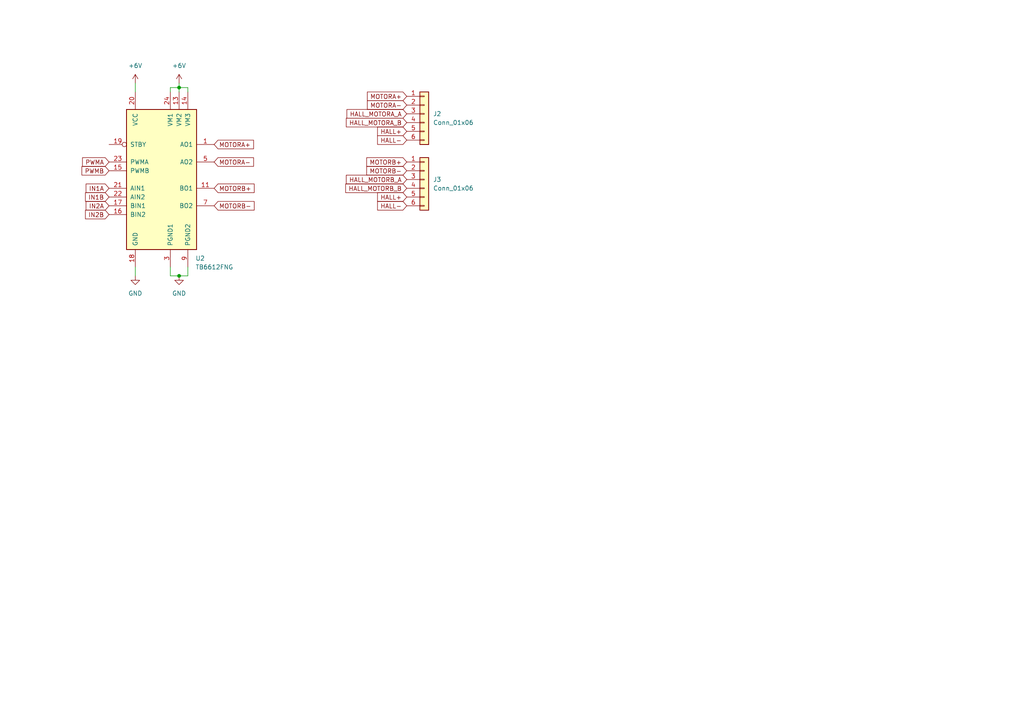
<source format=kicad_sch>
(kicad_sch (version 20230121) (generator eeschema)
  (paper "A4")
  (lib_symbols
    (symbol "Connector_Generic:Conn_01x06" (pin_names (offset 1.016) hide)
      (property "Reference" "J" (at 0 7.62 0))
      (property "Value" "Conn_01x06" (at 0 -10.16 0))
      (symbol "Conn_01x06_1_1"
        (rectangle (start -1.27 -7.493) (end 0 -7.747) (stroke (width 0.1524)))
        (rectangle (start -1.27 -4.953) (end 0 -5.207) (stroke (width 0.1524)))
        (rectangle (start -1.27 -2.413) (end 0 -2.667) (stroke (width 0.1524)))
        (rectangle (start -1.27 0.127) (end 0 -0.127) (stroke (width 0.1524)))
        (rectangle (start -1.27 2.667) (end 0 2.413) (stroke (width 0.1524)))
        (rectangle (start -1.27 5.207) (end 0 4.953) (stroke (width 0.1524)))
        (rectangle (start -1.27 6.35) (end 1.27 -8.89) (stroke (width 0.254)) (fill (type background)))
        (pin passive line (at -5.08 5.08 0) (length 3.81) (name "Pin_1") (number "1"))
        (pin passive line (at -5.08 2.54 0) (length 3.81) (name "Pin_2") (number "2"))
        (pin passive line (at -5.08 0 0) (length 3.81) (name "Pin_3") (number "3"))
        (pin passive line (at -5.08 -2.54 0) (length 3.81) (name "Pin_4") (number "4"))
        (pin passive line (at -5.08 -5.08 0) (length 3.81) (name "Pin_5") (number "5"))
        (pin passive line (at -5.08 -7.62 0) (length 3.81) (name "Pin_6") (number "6"))
      )
    )
    (symbol "Driver_Motor:TB6612FNG" (pin_names (offset 1.016))
      (property "Reference" "U" (at 11.43 17.78 0))
      (property "Value" "TB6612FNG" (at 11.43 15.24 0))
      (symbol "TB6612FNG_0_1"
        (rectangle (start -10.16 20.32) (end 10.16 -20.32) (stroke (width 0.254)) (fill (type background)))
      )
      (symbol "TB6612FNG_1_1"
        (pin output line (at 15.24 10.16 180) (length 5.08) (name "AO1") (number "1"))
        (pin passive line (at 7.62 -25.4 90) (length 5.08) hide (name "PGND2") (number "10"))
        (pin output line (at 15.24 -2.54 180) (length 5.08) (name "BO1") (number "11"))
        (pin passive line (at 15.24 -2.54 180) (length 5.08) hide (name "BO1") (number "12"))
        (pin power_in line (at 5.08 25.4 270) (length 5.08) (name "VM2") (number "13"))
        (pin power_in line (at 7.62 25.4 270) (length 5.08) (name "VM3") (number "14"))
        (pin input line (at -15.24 2.54 0) (length 5.08) (name "PWMB") (number "15"))
        (pin input line (at -15.24 -10.16 0) (length 5.08) (name "BIN2") (number "16"))
        (pin input line (at -15.24 -7.62 0) (length 5.08) (name "BIN1") (number "17"))
        (pin power_in line (at -7.62 -25.4 90) (length 5.08) (name "GND") (number "18"))
        (pin input inverted (at -15.24 10.16 0) (length 5.08) (name "STBY") (number "19"))
        (pin passive line (at 15.24 10.16 180) (length 5.08) hide (name "AO1") (number "2"))
        (pin power_in line (at -7.62 25.4 270) (length 5.08) (name "VCC") (number "20"))
        (pin input line (at -15.24 -2.54 0) (length 5.08) (name "AIN1") (number "21"))
        (pin input line (at -15.24 -5.08 0) (length 5.08) (name "AIN2") (number "22"))
        (pin input line (at -15.24 5.08 0) (length 5.08) (name "PWMA") (number "23"))
        (pin power_in line (at 2.54 25.4 270) (length 5.08) (name "VM1") (number "24"))
        (pin power_in line (at 2.54 -25.4 90) (length 5.08) (name "PGND1") (number "3"))
        (pin passive line (at 2.54 -25.4 90) (length 5.08) hide (name "PGND1") (number "4"))
        (pin output line (at 15.24 5.08 180) (length 5.08) (name "AO2") (number "5"))
        (pin passive line (at 15.24 5.08 180) (length 5.08) hide (name "AO2") (number "6"))
        (pin output line (at 15.24 -7.62 180) (length 5.08) (name "BO2") (number "7"))
        (pin passive line (at 15.24 -7.62 180) (length 5.08) hide (name "BO2") (number "8"))
        (pin power_in line (at 7.62 -25.4 90) (length 5.08) (name "PGND2") (number "9"))
      )
    )
    (symbol "power:+6V" (power) (pin_names (offset 0))
      (property "Value" "+6V" (at 0 3.556 0))
      (symbol "+6V_0_1"
        (polyline (pts (xy -0.762 1.27) (xy 0 2.54)))
        (polyline (pts (xy 0 0) (xy 0 2.54)))
        (polyline (pts (xy 0 2.54) (xy 0.762 1.27)))
      )
      (symbol "+6V_1_1"
        (pin power_in line (at 0 0 90) (length 0) hide (name "+6V") (number "1"))
      )
    )
    (symbol "power:GND" (power) (pin_names (offset 0))
      (property "Value" "GND" (at 0 -3.81 0))
      (symbol "GND_0_1"
        (polyline (pts (xy 0 0) (xy 0 -1.27) (xy 1.27 -1.27) (xy 0 -2.54) (xy -1.27 -1.27) (xy 0 -1.27)))
      )
      (symbol "GND_1_1"
        (pin power_in line (at 0 0 270) (length 0) hide (name "GND") (number "1"))
      )
    )
  )
  (junction (at 51.943 25.4))
  (junction (at 51.943 80.01))
  (wire (pts (xy 51.943 24.13) (xy 51.943 25.4)))
  (wire (pts (xy 49.403 25.4) (xy 51.943 25.4)))
  (wire (pts (xy 54.483 77.47) (xy 54.483 80.01)))
  (wire (pts (xy 39.243 24.13) (xy 39.243 26.67)))
  (wire (pts (xy 54.483 80.01) (xy 51.943 80.01)))
  (wire (pts (xy 49.403 80.01) (xy 49.403 77.47)))
  (wire (pts (xy 54.483 26.67) (xy 54.483 25.4)))
  (wire (pts (xy 51.943 80.01) (xy 49.403 80.01)))
  (wire (pts (xy 49.403 26.67) (xy 49.403 25.4)))
  (wire (pts (xy 54.483 25.4) (xy 51.943 25.4)))
  (wire (pts (xy 39.243 77.47) (xy 39.243 80.01)))
  (wire (pts (xy 51.943 25.4) (xy 51.943 26.67)))
  (global_label "MOTORB-" (shape input) (at 117.983 49.53 180) (property "Intersheetrefs" "${INTERSHEET_REFS}" (effects hide)))
  (global_label "MOTORB-" (shape input) (at 62.103 59.69 0) (property "Intersheetrefs" "${INTERSHEET_REFS}" (effects hide)))
  (global_label "HALL_MOTORB_B" (shape input) (at 117.983 54.61 180) (property "Intersheetrefs" "${INTERSHEET_REFS}" (effects hide)))
  (global_label "HALL-" (shape input) (at 117.983 40.64 180) (property "Intersheetrefs" "${INTERSHEET_REFS}" (effects hide)))
  (global_label "IN1B" (shape input) (at 31.623 57.15 180) (property "Intersheetrefs" "${INTERSHEET_REFS}" (effects hide)))
  (global_label "MOTORA-" (shape input) (at 62.103 46.99 0) (property "Intersheetrefs" "${INTERSHEET_REFS}" (effects hide)))
  (global_label "MOTORB+" (shape input) (at 117.983 46.99 180) (property "Intersheetrefs" "${INTERSHEET_REFS}" (effects hide)))
  (global_label "MOTORB+" (shape input) (at 62.103 54.61 0) (property "Intersheetrefs" "${INTERSHEET_REFS}" (effects hide)))
  (global_label "HALL_MOTORA_B" (shape input) (at 117.983 35.56 180) (property "Intersheetrefs" "${INTERSHEET_REFS}" (effects hide)))
  (global_label "HALL+" (shape input) (at 117.983 38.1 180) (property "Intersheetrefs" "${INTERSHEET_REFS}" (effects hide)))
  (global_label "MOTORA-" (shape input) (at 117.983 30.48 180) (property "Intersheetrefs" "${INTERSHEET_REFS}" (effects hide)))
  (global_label "MOTORA+" (shape input) (at 117.983 27.94 180) (property "Intersheetrefs" "${INTERSHEET_REFS}" (effects hide)))
  (global_label "HALL-" (shape input) (at 117.983 59.69 180) (property "Intersheetrefs" "${INTERSHEET_REFS}" (effects hide)))
  (global_label "HALL_MOTORB_A" (shape input) (at 117.983 52.07 180) (property "Intersheetrefs" "${INTERSHEET_REFS}" (effects hide)))
  (global_label "HALL+" (shape input) (at 117.983 57.15 180) (property "Intersheetrefs" "${INTERSHEET_REFS}" (effects hide)))
  (global_label "IN1A" (shape input) (at 31.623 54.61 180) (property "Intersheetrefs" "${INTERSHEET_REFS}" (effects hide)))
  (global_label "PWMA" (shape input) (at 31.623 46.99 180) (property "Intersheetrefs" "${INTERSHEET_REFS}" (effects hide)))
  (global_label "IN2A" (shape input) (at 31.623 59.69 180) (property "Intersheetrefs" "${INTERSHEET_REFS}" (effects hide)))
  (global_label "IN2B" (shape input) (at 31.623 62.23 180) (property "Intersheetrefs" "${INTERSHEET_REFS}" (effects hide)))
  (global_label "HALL_MOTORA_A" (shape input) (at 117.983 33.02 180) (property "Intersheetrefs" "${INTERSHEET_REFS}" (effects hide)))
  (global_label "PWMB" (shape input) (at 31.623 49.53 180) (property "Intersheetrefs" "${INTERSHEET_REFS}" (effects hide)))
  (global_label "MOTORA+" (shape input) (at 62.103 41.91 0) (property "Intersheetrefs" "${INTERSHEET_REFS}" (effects hide)))
  (symbol (lib_id "power:GND") (at 51.943 80.01 0) (unit 1)
    (property "Reference" "#PWR011" (effects hide))
    (property "Value" "GND" (at 51.943 85.09 0))
  )
  (symbol (lib_id "Connector_Generic:Conn_01x06") (at 123.063 33.02 0) (unit 1)
    (property "Reference" "J2" (at 125.603 33.02 0) (effects (justify left)))
    (property "Value" "Conn_01x06" (at 125.603 35.56 0) (effects (justify left)))
    (property "Footprint" "Connector_Molex:Molex_KK-254_AE-6410-06A_1x06_P2.54mm_Vertical" (effects hide))
  )
  (symbol (lib_id "power:+6V") (at 39.243 24.13 0) (unit 1)
    (property "Reference" "#PWR08" (effects hide))
    (property "Value" "+6V" (at 39.243 19.05 0))
  )
  (symbol (lib_id "Driver_Motor:TB6612FNG") (at 46.863 52.07 0) (unit 1)
    (property "Reference" "U2" (at 56.6771 74.93 0) (effects (justify left)))
    (property "Value" "TB6612FNG" (at 56.6771 77.47 0) (effects (justify left)))
    (property "Footprint" "Package_SO:SSOP-24_5.3x8.2mm_P0.65mm" (effects hide))
    (property "Datasheet" "https://toshiba.semicon-storage.com/us/product/linear/motordriver/detail.TB6612FNG.html" (effects hide))
    (property "Page" "https://www.tme.eu/sk/details/tb6612fng/drivery-motorove-a-pwm/toshiba/tb6612fng-o-c-8-el/" (effects hide))
  )
  (symbol (lib_id "power:+6V") (at 51.943 24.13 0) (unit 1)
    (property "Reference" "#PWR010" (effects hide))
    (property "Value" "+6V" (at 51.943 19.05 0))
  )
  (symbol (lib_id "Connector_Generic:Conn_01x06") (at 123.063 52.07 0) (unit 1)
    (property "Reference" "J3" (at 125.603 52.07 0) (effects (justify left)))
    (property "Value" "Conn_01x06" (at 125.603 54.61 0) (effects (justify left)))
    (property "Footprint" "Connector_Molex:Molex_KK-254_AE-6410-06A_1x06_P2.54mm_Vertical" (effects hide))
  )
  (symbol (lib_id "power:GND") (at 39.243 80.01 0) (unit 1)
    (property "Reference" "#PWR09" (effects hide))
    (property "Value" "GND" (at 39.243 85.09 0))
  )
)
</source>
